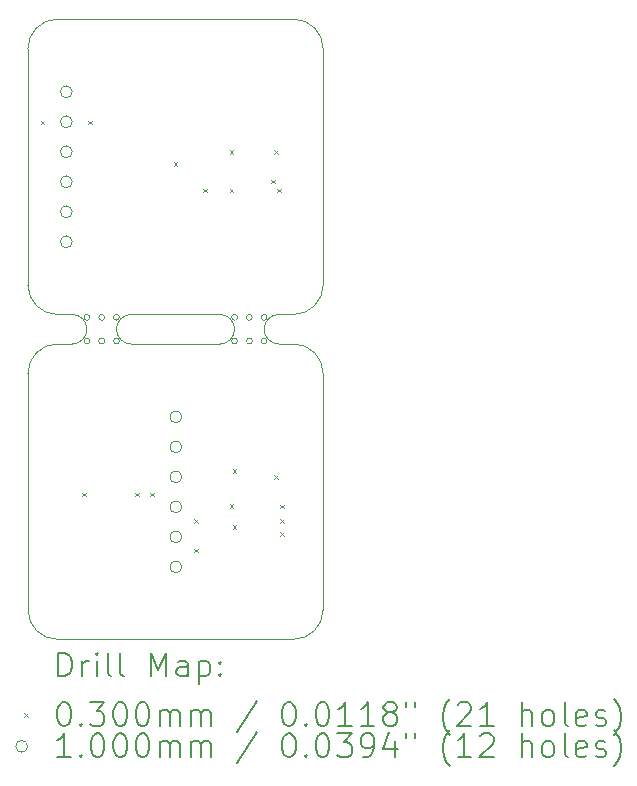
<source format=gbr>
%TF.GenerationSoftware,KiCad,Pcbnew,8.0.3*%
%TF.CreationDate,2024-07-26T09:17:04-04:00*%
%TF.ProjectId,touch_adaptor,746f7563-685f-4616-9461-70746f722e6b,rev?*%
%TF.SameCoordinates,Original*%
%TF.FileFunction,Drillmap*%
%TF.FilePolarity,Positive*%
%FSLAX45Y45*%
G04 Gerber Fmt 4.5, Leading zero omitted, Abs format (unit mm)*
G04 Created by KiCad (PCBNEW 8.0.3) date 2024-07-26 09:17:04*
%MOMM*%
%LPD*%
G01*
G04 APERTURE LIST*
%ADD10C,0.050000*%
%ADD11C,0.200000*%
%ADD12C,0.100000*%
G04 APERTURE END LIST*
D10*
X11775000Y-7475000D02*
G75*
G02*
X11725000Y-7475000I-25000J0D01*
G01*
X11725000Y-7475000D02*
G75*
G02*
X11775000Y-7475000I25000J0D01*
G01*
X11750000Y-7375000D02*
G75*
G02*
X11625000Y-7500000I-125000J0D01*
G01*
X12125000Y-7500000D02*
G75*
G02*
X12000000Y-7375000I0J125000D01*
G01*
X11625000Y-7250000D02*
G75*
G02*
X11750000Y-7375000I0J-125000D01*
G01*
X12000000Y-7375000D02*
G75*
G02*
X12125000Y-7250000I125000J0D01*
G01*
X11775000Y-7275000D02*
G75*
G02*
X11725000Y-7275000I-25000J0D01*
G01*
X11725000Y-7275000D02*
G75*
G02*
X11775000Y-7275000I25000J0D01*
G01*
X12025000Y-7475000D02*
G75*
G02*
X11975000Y-7475000I-25000J0D01*
G01*
X11975000Y-7475000D02*
G75*
G02*
X12025000Y-7475000I25000J0D01*
G01*
X11900000Y-7475000D02*
G75*
G02*
X11850000Y-7475000I-25000J0D01*
G01*
X11850000Y-7475000D02*
G75*
G02*
X11900000Y-7475000I25000J0D01*
G01*
X12025000Y-7275000D02*
G75*
G02*
X11975000Y-7275000I-25000J0D01*
G01*
X11975000Y-7275000D02*
G75*
G02*
X12025000Y-7275000I25000J0D01*
G01*
X11900000Y-7275000D02*
G75*
G02*
X11850000Y-7275000I-25000J0D01*
G01*
X11850000Y-7275000D02*
G75*
G02*
X11900000Y-7275000I25000J0D01*
G01*
X10375000Y-7250000D02*
G75*
G02*
X10500000Y-7375000I0J-125000D01*
G01*
X10500000Y-7375000D02*
G75*
G02*
X10375000Y-7500000I-125000J0D01*
G01*
X10875000Y-7500000D02*
G75*
G02*
X10750000Y-7375000I0J125000D01*
G01*
X10750000Y-7375000D02*
G75*
G02*
X10875000Y-7250000I125000J0D01*
G01*
X10525000Y-7275000D02*
G75*
G02*
X10475000Y-7275000I-25000J0D01*
G01*
X10475000Y-7275000D02*
G75*
G02*
X10525000Y-7275000I25000J0D01*
G01*
X10775000Y-7275000D02*
G75*
G02*
X10725000Y-7275000I-25000J0D01*
G01*
X10725000Y-7275000D02*
G75*
G02*
X10775000Y-7275000I25000J0D01*
G01*
X10650000Y-7275000D02*
G75*
G02*
X10600000Y-7275000I-25000J0D01*
G01*
X10600000Y-7275000D02*
G75*
G02*
X10650000Y-7275000I25000J0D01*
G01*
X10650000Y-7475000D02*
G75*
G02*
X10600000Y-7475000I-25000J0D01*
G01*
X10600000Y-7475000D02*
G75*
G02*
X10650000Y-7475000I25000J0D01*
G01*
X10775000Y-7475000D02*
G75*
G02*
X10725000Y-7475000I-25000J0D01*
G01*
X10725000Y-7475000D02*
G75*
G02*
X10775000Y-7475000I25000J0D01*
G01*
X10525000Y-7475000D02*
G75*
G02*
X10475000Y-7475000I-25000J0D01*
G01*
X10475000Y-7475000D02*
G75*
G02*
X10525000Y-7475000I25000J0D01*
G01*
X12250000Y-7500000D02*
X12125000Y-7500000D01*
X12250000Y-7250000D02*
X12125000Y-7250000D01*
X11625000Y-7500000D02*
X10875000Y-7500000D01*
X11625000Y-7250000D02*
X10875000Y-7250000D01*
X10375000Y-7500000D02*
X10250000Y-7500000D01*
X10375000Y-7250000D02*
X10250000Y-7250000D01*
X10250000Y-10000000D02*
G75*
G02*
X10000000Y-9750000I0J250000D01*
G01*
X10000000Y-7750000D02*
G75*
G02*
X10250000Y-7500000I250000J0D01*
G01*
X10000000Y-5000000D02*
X10000000Y-7000000D01*
X10000000Y-7750000D02*
X10000000Y-9750000D01*
X10250000Y-7250000D02*
G75*
G02*
X10000000Y-7000000I0J250000D01*
G01*
X12250000Y-7500000D02*
G75*
G02*
X12500000Y-7750000I0J-250000D01*
G01*
X10000000Y-5000000D02*
G75*
G02*
X10250000Y-4750000I250000J0D01*
G01*
X12500000Y-7000000D02*
X12500000Y-5000000D01*
X10250000Y-10000000D02*
X12250000Y-10000000D01*
X12500000Y-7000000D02*
G75*
G02*
X12250000Y-7250000I-250000J0D01*
G01*
X12500000Y-9750000D02*
X12500000Y-7750000D01*
X12250000Y-4750000D02*
X10250000Y-4750000D01*
X12500000Y-9750000D02*
G75*
G02*
X12250000Y-10000000I-250000J0D01*
G01*
X12250000Y-4750000D02*
G75*
G02*
X12500000Y-5000000I0J-250000D01*
G01*
D11*
D12*
X10110000Y-5610000D02*
X10140000Y-5640000D01*
X10140000Y-5610000D02*
X10110000Y-5640000D01*
X10460000Y-8760000D02*
X10490000Y-8790000D01*
X10490000Y-8760000D02*
X10460000Y-8790000D01*
X10510000Y-5610000D02*
X10540000Y-5640000D01*
X10540000Y-5610000D02*
X10510000Y-5640000D01*
X10910000Y-8760000D02*
X10940000Y-8790000D01*
X10940000Y-8760000D02*
X10910000Y-8790000D01*
X11035000Y-8760000D02*
X11065000Y-8790000D01*
X11065000Y-8760000D02*
X11035000Y-8790000D01*
X11235000Y-5960000D02*
X11265000Y-5990000D01*
X11265000Y-5960000D02*
X11235000Y-5990000D01*
X11410000Y-8985000D02*
X11440000Y-9015000D01*
X11440000Y-8985000D02*
X11410000Y-9015000D01*
X11410000Y-9235000D02*
X11440000Y-9265000D01*
X11440000Y-9235000D02*
X11410000Y-9265000D01*
X11485000Y-6185000D02*
X11515000Y-6215000D01*
X11515000Y-6185000D02*
X11485000Y-6215000D01*
X11710000Y-5860000D02*
X11740000Y-5890000D01*
X11740000Y-5860000D02*
X11710000Y-5890000D01*
X11710000Y-6185000D02*
X11740000Y-6215000D01*
X11740000Y-6185000D02*
X11710000Y-6215000D01*
X11710000Y-8855000D02*
X11740000Y-8885000D01*
X11740000Y-8855000D02*
X11710000Y-8885000D01*
X11735000Y-8560000D02*
X11765000Y-8590000D01*
X11765000Y-8560000D02*
X11735000Y-8590000D01*
X11735000Y-9035000D02*
X11765000Y-9065000D01*
X11765000Y-9035000D02*
X11735000Y-9065000D01*
X12060000Y-6110000D02*
X12090000Y-6140000D01*
X12090000Y-6110000D02*
X12060000Y-6140000D01*
X12085000Y-5860000D02*
X12115000Y-5890000D01*
X12115000Y-5860000D02*
X12085000Y-5890000D01*
X12085000Y-8610000D02*
X12115000Y-8640000D01*
X12115000Y-8610000D02*
X12085000Y-8640000D01*
X12110000Y-6185000D02*
X12140000Y-6215000D01*
X12140000Y-6185000D02*
X12110000Y-6215000D01*
X12135000Y-8860000D02*
X12165000Y-8890000D01*
X12165000Y-8860000D02*
X12135000Y-8890000D01*
X12135000Y-8985000D02*
X12165000Y-9015000D01*
X12165000Y-8985000D02*
X12135000Y-9015000D01*
X12135000Y-9095000D02*
X12165000Y-9125000D01*
X12165000Y-9095000D02*
X12135000Y-9125000D01*
X10375000Y-5365000D02*
G75*
G02*
X10275000Y-5365000I-50000J0D01*
G01*
X10275000Y-5365000D02*
G75*
G02*
X10375000Y-5365000I50000J0D01*
G01*
X10375000Y-5619000D02*
G75*
G02*
X10275000Y-5619000I-50000J0D01*
G01*
X10275000Y-5619000D02*
G75*
G02*
X10375000Y-5619000I50000J0D01*
G01*
X10375000Y-5873000D02*
G75*
G02*
X10275000Y-5873000I-50000J0D01*
G01*
X10275000Y-5873000D02*
G75*
G02*
X10375000Y-5873000I50000J0D01*
G01*
X10375000Y-6127000D02*
G75*
G02*
X10275000Y-6127000I-50000J0D01*
G01*
X10275000Y-6127000D02*
G75*
G02*
X10375000Y-6127000I50000J0D01*
G01*
X10375000Y-6381000D02*
G75*
G02*
X10275000Y-6381000I-50000J0D01*
G01*
X10275000Y-6381000D02*
G75*
G02*
X10375000Y-6381000I50000J0D01*
G01*
X10375000Y-6635000D02*
G75*
G02*
X10275000Y-6635000I-50000J0D01*
G01*
X10275000Y-6635000D02*
G75*
G02*
X10375000Y-6635000I50000J0D01*
G01*
X11302500Y-8117500D02*
G75*
G02*
X11202500Y-8117500I-50000J0D01*
G01*
X11202500Y-8117500D02*
G75*
G02*
X11302500Y-8117500I50000J0D01*
G01*
X11302500Y-8371500D02*
G75*
G02*
X11202500Y-8371500I-50000J0D01*
G01*
X11202500Y-8371500D02*
G75*
G02*
X11302500Y-8371500I50000J0D01*
G01*
X11302500Y-8625500D02*
G75*
G02*
X11202500Y-8625500I-50000J0D01*
G01*
X11202500Y-8625500D02*
G75*
G02*
X11302500Y-8625500I50000J0D01*
G01*
X11302500Y-8879500D02*
G75*
G02*
X11202500Y-8879500I-50000J0D01*
G01*
X11202500Y-8879500D02*
G75*
G02*
X11302500Y-8879500I50000J0D01*
G01*
X11302500Y-9133500D02*
G75*
G02*
X11202500Y-9133500I-50000J0D01*
G01*
X11202500Y-9133500D02*
G75*
G02*
X11302500Y-9133500I50000J0D01*
G01*
X11302500Y-9387500D02*
G75*
G02*
X11202500Y-9387500I-50000J0D01*
G01*
X11202500Y-9387500D02*
G75*
G02*
X11302500Y-9387500I50000J0D01*
G01*
D11*
X10258277Y-10313984D02*
X10258277Y-10113984D01*
X10258277Y-10113984D02*
X10305896Y-10113984D01*
X10305896Y-10113984D02*
X10334467Y-10123508D01*
X10334467Y-10123508D02*
X10353515Y-10142555D01*
X10353515Y-10142555D02*
X10363039Y-10161603D01*
X10363039Y-10161603D02*
X10372563Y-10199698D01*
X10372563Y-10199698D02*
X10372563Y-10228270D01*
X10372563Y-10228270D02*
X10363039Y-10266365D01*
X10363039Y-10266365D02*
X10353515Y-10285412D01*
X10353515Y-10285412D02*
X10334467Y-10304460D01*
X10334467Y-10304460D02*
X10305896Y-10313984D01*
X10305896Y-10313984D02*
X10258277Y-10313984D01*
X10458277Y-10313984D02*
X10458277Y-10180650D01*
X10458277Y-10218746D02*
X10467801Y-10199698D01*
X10467801Y-10199698D02*
X10477324Y-10190174D01*
X10477324Y-10190174D02*
X10496372Y-10180650D01*
X10496372Y-10180650D02*
X10515420Y-10180650D01*
X10582086Y-10313984D02*
X10582086Y-10180650D01*
X10582086Y-10113984D02*
X10572563Y-10123508D01*
X10572563Y-10123508D02*
X10582086Y-10133031D01*
X10582086Y-10133031D02*
X10591610Y-10123508D01*
X10591610Y-10123508D02*
X10582086Y-10113984D01*
X10582086Y-10113984D02*
X10582086Y-10133031D01*
X10705896Y-10313984D02*
X10686848Y-10304460D01*
X10686848Y-10304460D02*
X10677324Y-10285412D01*
X10677324Y-10285412D02*
X10677324Y-10113984D01*
X10810658Y-10313984D02*
X10791610Y-10304460D01*
X10791610Y-10304460D02*
X10782086Y-10285412D01*
X10782086Y-10285412D02*
X10782086Y-10113984D01*
X11039229Y-10313984D02*
X11039229Y-10113984D01*
X11039229Y-10113984D02*
X11105896Y-10256841D01*
X11105896Y-10256841D02*
X11172563Y-10113984D01*
X11172563Y-10113984D02*
X11172563Y-10313984D01*
X11353515Y-10313984D02*
X11353515Y-10209222D01*
X11353515Y-10209222D02*
X11343991Y-10190174D01*
X11343991Y-10190174D02*
X11324943Y-10180650D01*
X11324943Y-10180650D02*
X11286848Y-10180650D01*
X11286848Y-10180650D02*
X11267801Y-10190174D01*
X11353515Y-10304460D02*
X11334467Y-10313984D01*
X11334467Y-10313984D02*
X11286848Y-10313984D01*
X11286848Y-10313984D02*
X11267801Y-10304460D01*
X11267801Y-10304460D02*
X11258277Y-10285412D01*
X11258277Y-10285412D02*
X11258277Y-10266365D01*
X11258277Y-10266365D02*
X11267801Y-10247317D01*
X11267801Y-10247317D02*
X11286848Y-10237793D01*
X11286848Y-10237793D02*
X11334467Y-10237793D01*
X11334467Y-10237793D02*
X11353515Y-10228270D01*
X11448753Y-10180650D02*
X11448753Y-10380650D01*
X11448753Y-10190174D02*
X11467801Y-10180650D01*
X11467801Y-10180650D02*
X11505896Y-10180650D01*
X11505896Y-10180650D02*
X11524943Y-10190174D01*
X11524943Y-10190174D02*
X11534467Y-10199698D01*
X11534467Y-10199698D02*
X11543991Y-10218746D01*
X11543991Y-10218746D02*
X11543991Y-10275889D01*
X11543991Y-10275889D02*
X11534467Y-10294936D01*
X11534467Y-10294936D02*
X11524943Y-10304460D01*
X11524943Y-10304460D02*
X11505896Y-10313984D01*
X11505896Y-10313984D02*
X11467801Y-10313984D01*
X11467801Y-10313984D02*
X11448753Y-10304460D01*
X11629705Y-10294936D02*
X11639229Y-10304460D01*
X11639229Y-10304460D02*
X11629705Y-10313984D01*
X11629705Y-10313984D02*
X11620182Y-10304460D01*
X11620182Y-10304460D02*
X11629705Y-10294936D01*
X11629705Y-10294936D02*
X11629705Y-10313984D01*
X11629705Y-10190174D02*
X11639229Y-10199698D01*
X11639229Y-10199698D02*
X11629705Y-10209222D01*
X11629705Y-10209222D02*
X11620182Y-10199698D01*
X11620182Y-10199698D02*
X11629705Y-10190174D01*
X11629705Y-10190174D02*
X11629705Y-10209222D01*
D12*
X9967500Y-10627500D02*
X9997500Y-10657500D01*
X9997500Y-10627500D02*
X9967500Y-10657500D01*
D11*
X10296372Y-10533984D02*
X10315420Y-10533984D01*
X10315420Y-10533984D02*
X10334467Y-10543508D01*
X10334467Y-10543508D02*
X10343991Y-10553031D01*
X10343991Y-10553031D02*
X10353515Y-10572079D01*
X10353515Y-10572079D02*
X10363039Y-10610174D01*
X10363039Y-10610174D02*
X10363039Y-10657793D01*
X10363039Y-10657793D02*
X10353515Y-10695889D01*
X10353515Y-10695889D02*
X10343991Y-10714936D01*
X10343991Y-10714936D02*
X10334467Y-10724460D01*
X10334467Y-10724460D02*
X10315420Y-10733984D01*
X10315420Y-10733984D02*
X10296372Y-10733984D01*
X10296372Y-10733984D02*
X10277324Y-10724460D01*
X10277324Y-10724460D02*
X10267801Y-10714936D01*
X10267801Y-10714936D02*
X10258277Y-10695889D01*
X10258277Y-10695889D02*
X10248753Y-10657793D01*
X10248753Y-10657793D02*
X10248753Y-10610174D01*
X10248753Y-10610174D02*
X10258277Y-10572079D01*
X10258277Y-10572079D02*
X10267801Y-10553031D01*
X10267801Y-10553031D02*
X10277324Y-10543508D01*
X10277324Y-10543508D02*
X10296372Y-10533984D01*
X10448753Y-10714936D02*
X10458277Y-10724460D01*
X10458277Y-10724460D02*
X10448753Y-10733984D01*
X10448753Y-10733984D02*
X10439229Y-10724460D01*
X10439229Y-10724460D02*
X10448753Y-10714936D01*
X10448753Y-10714936D02*
X10448753Y-10733984D01*
X10524944Y-10533984D02*
X10648753Y-10533984D01*
X10648753Y-10533984D02*
X10582086Y-10610174D01*
X10582086Y-10610174D02*
X10610658Y-10610174D01*
X10610658Y-10610174D02*
X10629705Y-10619698D01*
X10629705Y-10619698D02*
X10639229Y-10629222D01*
X10639229Y-10629222D02*
X10648753Y-10648270D01*
X10648753Y-10648270D02*
X10648753Y-10695889D01*
X10648753Y-10695889D02*
X10639229Y-10714936D01*
X10639229Y-10714936D02*
X10629705Y-10724460D01*
X10629705Y-10724460D02*
X10610658Y-10733984D01*
X10610658Y-10733984D02*
X10553515Y-10733984D01*
X10553515Y-10733984D02*
X10534467Y-10724460D01*
X10534467Y-10724460D02*
X10524944Y-10714936D01*
X10772563Y-10533984D02*
X10791610Y-10533984D01*
X10791610Y-10533984D02*
X10810658Y-10543508D01*
X10810658Y-10543508D02*
X10820182Y-10553031D01*
X10820182Y-10553031D02*
X10829705Y-10572079D01*
X10829705Y-10572079D02*
X10839229Y-10610174D01*
X10839229Y-10610174D02*
X10839229Y-10657793D01*
X10839229Y-10657793D02*
X10829705Y-10695889D01*
X10829705Y-10695889D02*
X10820182Y-10714936D01*
X10820182Y-10714936D02*
X10810658Y-10724460D01*
X10810658Y-10724460D02*
X10791610Y-10733984D01*
X10791610Y-10733984D02*
X10772563Y-10733984D01*
X10772563Y-10733984D02*
X10753515Y-10724460D01*
X10753515Y-10724460D02*
X10743991Y-10714936D01*
X10743991Y-10714936D02*
X10734467Y-10695889D01*
X10734467Y-10695889D02*
X10724944Y-10657793D01*
X10724944Y-10657793D02*
X10724944Y-10610174D01*
X10724944Y-10610174D02*
X10734467Y-10572079D01*
X10734467Y-10572079D02*
X10743991Y-10553031D01*
X10743991Y-10553031D02*
X10753515Y-10543508D01*
X10753515Y-10543508D02*
X10772563Y-10533984D01*
X10963039Y-10533984D02*
X10982086Y-10533984D01*
X10982086Y-10533984D02*
X11001134Y-10543508D01*
X11001134Y-10543508D02*
X11010658Y-10553031D01*
X11010658Y-10553031D02*
X11020182Y-10572079D01*
X11020182Y-10572079D02*
X11029705Y-10610174D01*
X11029705Y-10610174D02*
X11029705Y-10657793D01*
X11029705Y-10657793D02*
X11020182Y-10695889D01*
X11020182Y-10695889D02*
X11010658Y-10714936D01*
X11010658Y-10714936D02*
X11001134Y-10724460D01*
X11001134Y-10724460D02*
X10982086Y-10733984D01*
X10982086Y-10733984D02*
X10963039Y-10733984D01*
X10963039Y-10733984D02*
X10943991Y-10724460D01*
X10943991Y-10724460D02*
X10934467Y-10714936D01*
X10934467Y-10714936D02*
X10924944Y-10695889D01*
X10924944Y-10695889D02*
X10915420Y-10657793D01*
X10915420Y-10657793D02*
X10915420Y-10610174D01*
X10915420Y-10610174D02*
X10924944Y-10572079D01*
X10924944Y-10572079D02*
X10934467Y-10553031D01*
X10934467Y-10553031D02*
X10943991Y-10543508D01*
X10943991Y-10543508D02*
X10963039Y-10533984D01*
X11115420Y-10733984D02*
X11115420Y-10600650D01*
X11115420Y-10619698D02*
X11124944Y-10610174D01*
X11124944Y-10610174D02*
X11143991Y-10600650D01*
X11143991Y-10600650D02*
X11172563Y-10600650D01*
X11172563Y-10600650D02*
X11191610Y-10610174D01*
X11191610Y-10610174D02*
X11201134Y-10629222D01*
X11201134Y-10629222D02*
X11201134Y-10733984D01*
X11201134Y-10629222D02*
X11210658Y-10610174D01*
X11210658Y-10610174D02*
X11229705Y-10600650D01*
X11229705Y-10600650D02*
X11258277Y-10600650D01*
X11258277Y-10600650D02*
X11277324Y-10610174D01*
X11277324Y-10610174D02*
X11286848Y-10629222D01*
X11286848Y-10629222D02*
X11286848Y-10733984D01*
X11382086Y-10733984D02*
X11382086Y-10600650D01*
X11382086Y-10619698D02*
X11391610Y-10610174D01*
X11391610Y-10610174D02*
X11410658Y-10600650D01*
X11410658Y-10600650D02*
X11439229Y-10600650D01*
X11439229Y-10600650D02*
X11458277Y-10610174D01*
X11458277Y-10610174D02*
X11467801Y-10629222D01*
X11467801Y-10629222D02*
X11467801Y-10733984D01*
X11467801Y-10629222D02*
X11477324Y-10610174D01*
X11477324Y-10610174D02*
X11496372Y-10600650D01*
X11496372Y-10600650D02*
X11524943Y-10600650D01*
X11524943Y-10600650D02*
X11543991Y-10610174D01*
X11543991Y-10610174D02*
X11553515Y-10629222D01*
X11553515Y-10629222D02*
X11553515Y-10733984D01*
X11943991Y-10524460D02*
X11772563Y-10781603D01*
X12201134Y-10533984D02*
X12220182Y-10533984D01*
X12220182Y-10533984D02*
X12239229Y-10543508D01*
X12239229Y-10543508D02*
X12248753Y-10553031D01*
X12248753Y-10553031D02*
X12258277Y-10572079D01*
X12258277Y-10572079D02*
X12267801Y-10610174D01*
X12267801Y-10610174D02*
X12267801Y-10657793D01*
X12267801Y-10657793D02*
X12258277Y-10695889D01*
X12258277Y-10695889D02*
X12248753Y-10714936D01*
X12248753Y-10714936D02*
X12239229Y-10724460D01*
X12239229Y-10724460D02*
X12220182Y-10733984D01*
X12220182Y-10733984D02*
X12201134Y-10733984D01*
X12201134Y-10733984D02*
X12182086Y-10724460D01*
X12182086Y-10724460D02*
X12172563Y-10714936D01*
X12172563Y-10714936D02*
X12163039Y-10695889D01*
X12163039Y-10695889D02*
X12153515Y-10657793D01*
X12153515Y-10657793D02*
X12153515Y-10610174D01*
X12153515Y-10610174D02*
X12163039Y-10572079D01*
X12163039Y-10572079D02*
X12172563Y-10553031D01*
X12172563Y-10553031D02*
X12182086Y-10543508D01*
X12182086Y-10543508D02*
X12201134Y-10533984D01*
X12353515Y-10714936D02*
X12363039Y-10724460D01*
X12363039Y-10724460D02*
X12353515Y-10733984D01*
X12353515Y-10733984D02*
X12343991Y-10724460D01*
X12343991Y-10724460D02*
X12353515Y-10714936D01*
X12353515Y-10714936D02*
X12353515Y-10733984D01*
X12486848Y-10533984D02*
X12505896Y-10533984D01*
X12505896Y-10533984D02*
X12524944Y-10543508D01*
X12524944Y-10543508D02*
X12534467Y-10553031D01*
X12534467Y-10553031D02*
X12543991Y-10572079D01*
X12543991Y-10572079D02*
X12553515Y-10610174D01*
X12553515Y-10610174D02*
X12553515Y-10657793D01*
X12553515Y-10657793D02*
X12543991Y-10695889D01*
X12543991Y-10695889D02*
X12534467Y-10714936D01*
X12534467Y-10714936D02*
X12524944Y-10724460D01*
X12524944Y-10724460D02*
X12505896Y-10733984D01*
X12505896Y-10733984D02*
X12486848Y-10733984D01*
X12486848Y-10733984D02*
X12467801Y-10724460D01*
X12467801Y-10724460D02*
X12458277Y-10714936D01*
X12458277Y-10714936D02*
X12448753Y-10695889D01*
X12448753Y-10695889D02*
X12439229Y-10657793D01*
X12439229Y-10657793D02*
X12439229Y-10610174D01*
X12439229Y-10610174D02*
X12448753Y-10572079D01*
X12448753Y-10572079D02*
X12458277Y-10553031D01*
X12458277Y-10553031D02*
X12467801Y-10543508D01*
X12467801Y-10543508D02*
X12486848Y-10533984D01*
X12743991Y-10733984D02*
X12629706Y-10733984D01*
X12686848Y-10733984D02*
X12686848Y-10533984D01*
X12686848Y-10533984D02*
X12667801Y-10562555D01*
X12667801Y-10562555D02*
X12648753Y-10581603D01*
X12648753Y-10581603D02*
X12629706Y-10591127D01*
X12934467Y-10733984D02*
X12820182Y-10733984D01*
X12877325Y-10733984D02*
X12877325Y-10533984D01*
X12877325Y-10533984D02*
X12858277Y-10562555D01*
X12858277Y-10562555D02*
X12839229Y-10581603D01*
X12839229Y-10581603D02*
X12820182Y-10591127D01*
X13048753Y-10619698D02*
X13029706Y-10610174D01*
X13029706Y-10610174D02*
X13020182Y-10600650D01*
X13020182Y-10600650D02*
X13010658Y-10581603D01*
X13010658Y-10581603D02*
X13010658Y-10572079D01*
X13010658Y-10572079D02*
X13020182Y-10553031D01*
X13020182Y-10553031D02*
X13029706Y-10543508D01*
X13029706Y-10543508D02*
X13048753Y-10533984D01*
X13048753Y-10533984D02*
X13086848Y-10533984D01*
X13086848Y-10533984D02*
X13105896Y-10543508D01*
X13105896Y-10543508D02*
X13115420Y-10553031D01*
X13115420Y-10553031D02*
X13124944Y-10572079D01*
X13124944Y-10572079D02*
X13124944Y-10581603D01*
X13124944Y-10581603D02*
X13115420Y-10600650D01*
X13115420Y-10600650D02*
X13105896Y-10610174D01*
X13105896Y-10610174D02*
X13086848Y-10619698D01*
X13086848Y-10619698D02*
X13048753Y-10619698D01*
X13048753Y-10619698D02*
X13029706Y-10629222D01*
X13029706Y-10629222D02*
X13020182Y-10638746D01*
X13020182Y-10638746D02*
X13010658Y-10657793D01*
X13010658Y-10657793D02*
X13010658Y-10695889D01*
X13010658Y-10695889D02*
X13020182Y-10714936D01*
X13020182Y-10714936D02*
X13029706Y-10724460D01*
X13029706Y-10724460D02*
X13048753Y-10733984D01*
X13048753Y-10733984D02*
X13086848Y-10733984D01*
X13086848Y-10733984D02*
X13105896Y-10724460D01*
X13105896Y-10724460D02*
X13115420Y-10714936D01*
X13115420Y-10714936D02*
X13124944Y-10695889D01*
X13124944Y-10695889D02*
X13124944Y-10657793D01*
X13124944Y-10657793D02*
X13115420Y-10638746D01*
X13115420Y-10638746D02*
X13105896Y-10629222D01*
X13105896Y-10629222D02*
X13086848Y-10619698D01*
X13201134Y-10533984D02*
X13201134Y-10572079D01*
X13277325Y-10533984D02*
X13277325Y-10572079D01*
X13572563Y-10810174D02*
X13563039Y-10800650D01*
X13563039Y-10800650D02*
X13543991Y-10772079D01*
X13543991Y-10772079D02*
X13534468Y-10753031D01*
X13534468Y-10753031D02*
X13524944Y-10724460D01*
X13524944Y-10724460D02*
X13515420Y-10676841D01*
X13515420Y-10676841D02*
X13515420Y-10638746D01*
X13515420Y-10638746D02*
X13524944Y-10591127D01*
X13524944Y-10591127D02*
X13534468Y-10562555D01*
X13534468Y-10562555D02*
X13543991Y-10543508D01*
X13543991Y-10543508D02*
X13563039Y-10514936D01*
X13563039Y-10514936D02*
X13572563Y-10505412D01*
X13639229Y-10553031D02*
X13648753Y-10543508D01*
X13648753Y-10543508D02*
X13667801Y-10533984D01*
X13667801Y-10533984D02*
X13715420Y-10533984D01*
X13715420Y-10533984D02*
X13734468Y-10543508D01*
X13734468Y-10543508D02*
X13743991Y-10553031D01*
X13743991Y-10553031D02*
X13753515Y-10572079D01*
X13753515Y-10572079D02*
X13753515Y-10591127D01*
X13753515Y-10591127D02*
X13743991Y-10619698D01*
X13743991Y-10619698D02*
X13629706Y-10733984D01*
X13629706Y-10733984D02*
X13753515Y-10733984D01*
X13943991Y-10733984D02*
X13829706Y-10733984D01*
X13886848Y-10733984D02*
X13886848Y-10533984D01*
X13886848Y-10533984D02*
X13867801Y-10562555D01*
X13867801Y-10562555D02*
X13848753Y-10581603D01*
X13848753Y-10581603D02*
X13829706Y-10591127D01*
X14182087Y-10733984D02*
X14182087Y-10533984D01*
X14267801Y-10733984D02*
X14267801Y-10629222D01*
X14267801Y-10629222D02*
X14258277Y-10610174D01*
X14258277Y-10610174D02*
X14239230Y-10600650D01*
X14239230Y-10600650D02*
X14210658Y-10600650D01*
X14210658Y-10600650D02*
X14191610Y-10610174D01*
X14191610Y-10610174D02*
X14182087Y-10619698D01*
X14391610Y-10733984D02*
X14372563Y-10724460D01*
X14372563Y-10724460D02*
X14363039Y-10714936D01*
X14363039Y-10714936D02*
X14353515Y-10695889D01*
X14353515Y-10695889D02*
X14353515Y-10638746D01*
X14353515Y-10638746D02*
X14363039Y-10619698D01*
X14363039Y-10619698D02*
X14372563Y-10610174D01*
X14372563Y-10610174D02*
X14391610Y-10600650D01*
X14391610Y-10600650D02*
X14420182Y-10600650D01*
X14420182Y-10600650D02*
X14439230Y-10610174D01*
X14439230Y-10610174D02*
X14448753Y-10619698D01*
X14448753Y-10619698D02*
X14458277Y-10638746D01*
X14458277Y-10638746D02*
X14458277Y-10695889D01*
X14458277Y-10695889D02*
X14448753Y-10714936D01*
X14448753Y-10714936D02*
X14439230Y-10724460D01*
X14439230Y-10724460D02*
X14420182Y-10733984D01*
X14420182Y-10733984D02*
X14391610Y-10733984D01*
X14572563Y-10733984D02*
X14553515Y-10724460D01*
X14553515Y-10724460D02*
X14543991Y-10705412D01*
X14543991Y-10705412D02*
X14543991Y-10533984D01*
X14724944Y-10724460D02*
X14705896Y-10733984D01*
X14705896Y-10733984D02*
X14667801Y-10733984D01*
X14667801Y-10733984D02*
X14648753Y-10724460D01*
X14648753Y-10724460D02*
X14639230Y-10705412D01*
X14639230Y-10705412D02*
X14639230Y-10629222D01*
X14639230Y-10629222D02*
X14648753Y-10610174D01*
X14648753Y-10610174D02*
X14667801Y-10600650D01*
X14667801Y-10600650D02*
X14705896Y-10600650D01*
X14705896Y-10600650D02*
X14724944Y-10610174D01*
X14724944Y-10610174D02*
X14734468Y-10629222D01*
X14734468Y-10629222D02*
X14734468Y-10648270D01*
X14734468Y-10648270D02*
X14639230Y-10667317D01*
X14810658Y-10724460D02*
X14829706Y-10733984D01*
X14829706Y-10733984D02*
X14867801Y-10733984D01*
X14867801Y-10733984D02*
X14886849Y-10724460D01*
X14886849Y-10724460D02*
X14896372Y-10705412D01*
X14896372Y-10705412D02*
X14896372Y-10695889D01*
X14896372Y-10695889D02*
X14886849Y-10676841D01*
X14886849Y-10676841D02*
X14867801Y-10667317D01*
X14867801Y-10667317D02*
X14839230Y-10667317D01*
X14839230Y-10667317D02*
X14820182Y-10657793D01*
X14820182Y-10657793D02*
X14810658Y-10638746D01*
X14810658Y-10638746D02*
X14810658Y-10629222D01*
X14810658Y-10629222D02*
X14820182Y-10610174D01*
X14820182Y-10610174D02*
X14839230Y-10600650D01*
X14839230Y-10600650D02*
X14867801Y-10600650D01*
X14867801Y-10600650D02*
X14886849Y-10610174D01*
X14963039Y-10810174D02*
X14972563Y-10800650D01*
X14972563Y-10800650D02*
X14991611Y-10772079D01*
X14991611Y-10772079D02*
X15001134Y-10753031D01*
X15001134Y-10753031D02*
X15010658Y-10724460D01*
X15010658Y-10724460D02*
X15020182Y-10676841D01*
X15020182Y-10676841D02*
X15020182Y-10638746D01*
X15020182Y-10638746D02*
X15010658Y-10591127D01*
X15010658Y-10591127D02*
X15001134Y-10562555D01*
X15001134Y-10562555D02*
X14991611Y-10543508D01*
X14991611Y-10543508D02*
X14972563Y-10514936D01*
X14972563Y-10514936D02*
X14963039Y-10505412D01*
D12*
X9997500Y-10906500D02*
G75*
G02*
X9897500Y-10906500I-50000J0D01*
G01*
X9897500Y-10906500D02*
G75*
G02*
X9997500Y-10906500I50000J0D01*
G01*
D11*
X10363039Y-10997984D02*
X10248753Y-10997984D01*
X10305896Y-10997984D02*
X10305896Y-10797984D01*
X10305896Y-10797984D02*
X10286848Y-10826555D01*
X10286848Y-10826555D02*
X10267801Y-10845603D01*
X10267801Y-10845603D02*
X10248753Y-10855127D01*
X10448753Y-10978936D02*
X10458277Y-10988460D01*
X10458277Y-10988460D02*
X10448753Y-10997984D01*
X10448753Y-10997984D02*
X10439229Y-10988460D01*
X10439229Y-10988460D02*
X10448753Y-10978936D01*
X10448753Y-10978936D02*
X10448753Y-10997984D01*
X10582086Y-10797984D02*
X10601134Y-10797984D01*
X10601134Y-10797984D02*
X10620182Y-10807508D01*
X10620182Y-10807508D02*
X10629705Y-10817031D01*
X10629705Y-10817031D02*
X10639229Y-10836079D01*
X10639229Y-10836079D02*
X10648753Y-10874174D01*
X10648753Y-10874174D02*
X10648753Y-10921793D01*
X10648753Y-10921793D02*
X10639229Y-10959889D01*
X10639229Y-10959889D02*
X10629705Y-10978936D01*
X10629705Y-10978936D02*
X10620182Y-10988460D01*
X10620182Y-10988460D02*
X10601134Y-10997984D01*
X10601134Y-10997984D02*
X10582086Y-10997984D01*
X10582086Y-10997984D02*
X10563039Y-10988460D01*
X10563039Y-10988460D02*
X10553515Y-10978936D01*
X10553515Y-10978936D02*
X10543991Y-10959889D01*
X10543991Y-10959889D02*
X10534467Y-10921793D01*
X10534467Y-10921793D02*
X10534467Y-10874174D01*
X10534467Y-10874174D02*
X10543991Y-10836079D01*
X10543991Y-10836079D02*
X10553515Y-10817031D01*
X10553515Y-10817031D02*
X10563039Y-10807508D01*
X10563039Y-10807508D02*
X10582086Y-10797984D01*
X10772563Y-10797984D02*
X10791610Y-10797984D01*
X10791610Y-10797984D02*
X10810658Y-10807508D01*
X10810658Y-10807508D02*
X10820182Y-10817031D01*
X10820182Y-10817031D02*
X10829705Y-10836079D01*
X10829705Y-10836079D02*
X10839229Y-10874174D01*
X10839229Y-10874174D02*
X10839229Y-10921793D01*
X10839229Y-10921793D02*
X10829705Y-10959889D01*
X10829705Y-10959889D02*
X10820182Y-10978936D01*
X10820182Y-10978936D02*
X10810658Y-10988460D01*
X10810658Y-10988460D02*
X10791610Y-10997984D01*
X10791610Y-10997984D02*
X10772563Y-10997984D01*
X10772563Y-10997984D02*
X10753515Y-10988460D01*
X10753515Y-10988460D02*
X10743991Y-10978936D01*
X10743991Y-10978936D02*
X10734467Y-10959889D01*
X10734467Y-10959889D02*
X10724944Y-10921793D01*
X10724944Y-10921793D02*
X10724944Y-10874174D01*
X10724944Y-10874174D02*
X10734467Y-10836079D01*
X10734467Y-10836079D02*
X10743991Y-10817031D01*
X10743991Y-10817031D02*
X10753515Y-10807508D01*
X10753515Y-10807508D02*
X10772563Y-10797984D01*
X10963039Y-10797984D02*
X10982086Y-10797984D01*
X10982086Y-10797984D02*
X11001134Y-10807508D01*
X11001134Y-10807508D02*
X11010658Y-10817031D01*
X11010658Y-10817031D02*
X11020182Y-10836079D01*
X11020182Y-10836079D02*
X11029705Y-10874174D01*
X11029705Y-10874174D02*
X11029705Y-10921793D01*
X11029705Y-10921793D02*
X11020182Y-10959889D01*
X11020182Y-10959889D02*
X11010658Y-10978936D01*
X11010658Y-10978936D02*
X11001134Y-10988460D01*
X11001134Y-10988460D02*
X10982086Y-10997984D01*
X10982086Y-10997984D02*
X10963039Y-10997984D01*
X10963039Y-10997984D02*
X10943991Y-10988460D01*
X10943991Y-10988460D02*
X10934467Y-10978936D01*
X10934467Y-10978936D02*
X10924944Y-10959889D01*
X10924944Y-10959889D02*
X10915420Y-10921793D01*
X10915420Y-10921793D02*
X10915420Y-10874174D01*
X10915420Y-10874174D02*
X10924944Y-10836079D01*
X10924944Y-10836079D02*
X10934467Y-10817031D01*
X10934467Y-10817031D02*
X10943991Y-10807508D01*
X10943991Y-10807508D02*
X10963039Y-10797984D01*
X11115420Y-10997984D02*
X11115420Y-10864650D01*
X11115420Y-10883698D02*
X11124944Y-10874174D01*
X11124944Y-10874174D02*
X11143991Y-10864650D01*
X11143991Y-10864650D02*
X11172563Y-10864650D01*
X11172563Y-10864650D02*
X11191610Y-10874174D01*
X11191610Y-10874174D02*
X11201134Y-10893222D01*
X11201134Y-10893222D02*
X11201134Y-10997984D01*
X11201134Y-10893222D02*
X11210658Y-10874174D01*
X11210658Y-10874174D02*
X11229705Y-10864650D01*
X11229705Y-10864650D02*
X11258277Y-10864650D01*
X11258277Y-10864650D02*
X11277324Y-10874174D01*
X11277324Y-10874174D02*
X11286848Y-10893222D01*
X11286848Y-10893222D02*
X11286848Y-10997984D01*
X11382086Y-10997984D02*
X11382086Y-10864650D01*
X11382086Y-10883698D02*
X11391610Y-10874174D01*
X11391610Y-10874174D02*
X11410658Y-10864650D01*
X11410658Y-10864650D02*
X11439229Y-10864650D01*
X11439229Y-10864650D02*
X11458277Y-10874174D01*
X11458277Y-10874174D02*
X11467801Y-10893222D01*
X11467801Y-10893222D02*
X11467801Y-10997984D01*
X11467801Y-10893222D02*
X11477324Y-10874174D01*
X11477324Y-10874174D02*
X11496372Y-10864650D01*
X11496372Y-10864650D02*
X11524943Y-10864650D01*
X11524943Y-10864650D02*
X11543991Y-10874174D01*
X11543991Y-10874174D02*
X11553515Y-10893222D01*
X11553515Y-10893222D02*
X11553515Y-10997984D01*
X11943991Y-10788460D02*
X11772563Y-11045603D01*
X12201134Y-10797984D02*
X12220182Y-10797984D01*
X12220182Y-10797984D02*
X12239229Y-10807508D01*
X12239229Y-10807508D02*
X12248753Y-10817031D01*
X12248753Y-10817031D02*
X12258277Y-10836079D01*
X12258277Y-10836079D02*
X12267801Y-10874174D01*
X12267801Y-10874174D02*
X12267801Y-10921793D01*
X12267801Y-10921793D02*
X12258277Y-10959889D01*
X12258277Y-10959889D02*
X12248753Y-10978936D01*
X12248753Y-10978936D02*
X12239229Y-10988460D01*
X12239229Y-10988460D02*
X12220182Y-10997984D01*
X12220182Y-10997984D02*
X12201134Y-10997984D01*
X12201134Y-10997984D02*
X12182086Y-10988460D01*
X12182086Y-10988460D02*
X12172563Y-10978936D01*
X12172563Y-10978936D02*
X12163039Y-10959889D01*
X12163039Y-10959889D02*
X12153515Y-10921793D01*
X12153515Y-10921793D02*
X12153515Y-10874174D01*
X12153515Y-10874174D02*
X12163039Y-10836079D01*
X12163039Y-10836079D02*
X12172563Y-10817031D01*
X12172563Y-10817031D02*
X12182086Y-10807508D01*
X12182086Y-10807508D02*
X12201134Y-10797984D01*
X12353515Y-10978936D02*
X12363039Y-10988460D01*
X12363039Y-10988460D02*
X12353515Y-10997984D01*
X12353515Y-10997984D02*
X12343991Y-10988460D01*
X12343991Y-10988460D02*
X12353515Y-10978936D01*
X12353515Y-10978936D02*
X12353515Y-10997984D01*
X12486848Y-10797984D02*
X12505896Y-10797984D01*
X12505896Y-10797984D02*
X12524944Y-10807508D01*
X12524944Y-10807508D02*
X12534467Y-10817031D01*
X12534467Y-10817031D02*
X12543991Y-10836079D01*
X12543991Y-10836079D02*
X12553515Y-10874174D01*
X12553515Y-10874174D02*
X12553515Y-10921793D01*
X12553515Y-10921793D02*
X12543991Y-10959889D01*
X12543991Y-10959889D02*
X12534467Y-10978936D01*
X12534467Y-10978936D02*
X12524944Y-10988460D01*
X12524944Y-10988460D02*
X12505896Y-10997984D01*
X12505896Y-10997984D02*
X12486848Y-10997984D01*
X12486848Y-10997984D02*
X12467801Y-10988460D01*
X12467801Y-10988460D02*
X12458277Y-10978936D01*
X12458277Y-10978936D02*
X12448753Y-10959889D01*
X12448753Y-10959889D02*
X12439229Y-10921793D01*
X12439229Y-10921793D02*
X12439229Y-10874174D01*
X12439229Y-10874174D02*
X12448753Y-10836079D01*
X12448753Y-10836079D02*
X12458277Y-10817031D01*
X12458277Y-10817031D02*
X12467801Y-10807508D01*
X12467801Y-10807508D02*
X12486848Y-10797984D01*
X12620182Y-10797984D02*
X12743991Y-10797984D01*
X12743991Y-10797984D02*
X12677325Y-10874174D01*
X12677325Y-10874174D02*
X12705896Y-10874174D01*
X12705896Y-10874174D02*
X12724944Y-10883698D01*
X12724944Y-10883698D02*
X12734467Y-10893222D01*
X12734467Y-10893222D02*
X12743991Y-10912270D01*
X12743991Y-10912270D02*
X12743991Y-10959889D01*
X12743991Y-10959889D02*
X12734467Y-10978936D01*
X12734467Y-10978936D02*
X12724944Y-10988460D01*
X12724944Y-10988460D02*
X12705896Y-10997984D01*
X12705896Y-10997984D02*
X12648753Y-10997984D01*
X12648753Y-10997984D02*
X12629706Y-10988460D01*
X12629706Y-10988460D02*
X12620182Y-10978936D01*
X12839229Y-10997984D02*
X12877325Y-10997984D01*
X12877325Y-10997984D02*
X12896372Y-10988460D01*
X12896372Y-10988460D02*
X12905896Y-10978936D01*
X12905896Y-10978936D02*
X12924944Y-10950365D01*
X12924944Y-10950365D02*
X12934467Y-10912270D01*
X12934467Y-10912270D02*
X12934467Y-10836079D01*
X12934467Y-10836079D02*
X12924944Y-10817031D01*
X12924944Y-10817031D02*
X12915420Y-10807508D01*
X12915420Y-10807508D02*
X12896372Y-10797984D01*
X12896372Y-10797984D02*
X12858277Y-10797984D01*
X12858277Y-10797984D02*
X12839229Y-10807508D01*
X12839229Y-10807508D02*
X12829706Y-10817031D01*
X12829706Y-10817031D02*
X12820182Y-10836079D01*
X12820182Y-10836079D02*
X12820182Y-10883698D01*
X12820182Y-10883698D02*
X12829706Y-10902746D01*
X12829706Y-10902746D02*
X12839229Y-10912270D01*
X12839229Y-10912270D02*
X12858277Y-10921793D01*
X12858277Y-10921793D02*
X12896372Y-10921793D01*
X12896372Y-10921793D02*
X12915420Y-10912270D01*
X12915420Y-10912270D02*
X12924944Y-10902746D01*
X12924944Y-10902746D02*
X12934467Y-10883698D01*
X13105896Y-10864650D02*
X13105896Y-10997984D01*
X13058277Y-10788460D02*
X13010658Y-10931317D01*
X13010658Y-10931317D02*
X13134467Y-10931317D01*
X13201134Y-10797984D02*
X13201134Y-10836079D01*
X13277325Y-10797984D02*
X13277325Y-10836079D01*
X13572563Y-11074174D02*
X13563039Y-11064650D01*
X13563039Y-11064650D02*
X13543991Y-11036079D01*
X13543991Y-11036079D02*
X13534468Y-11017031D01*
X13534468Y-11017031D02*
X13524944Y-10988460D01*
X13524944Y-10988460D02*
X13515420Y-10940841D01*
X13515420Y-10940841D02*
X13515420Y-10902746D01*
X13515420Y-10902746D02*
X13524944Y-10855127D01*
X13524944Y-10855127D02*
X13534468Y-10826555D01*
X13534468Y-10826555D02*
X13543991Y-10807508D01*
X13543991Y-10807508D02*
X13563039Y-10778936D01*
X13563039Y-10778936D02*
X13572563Y-10769412D01*
X13753515Y-10997984D02*
X13639229Y-10997984D01*
X13696372Y-10997984D02*
X13696372Y-10797984D01*
X13696372Y-10797984D02*
X13677325Y-10826555D01*
X13677325Y-10826555D02*
X13658277Y-10845603D01*
X13658277Y-10845603D02*
X13639229Y-10855127D01*
X13829706Y-10817031D02*
X13839229Y-10807508D01*
X13839229Y-10807508D02*
X13858277Y-10797984D01*
X13858277Y-10797984D02*
X13905896Y-10797984D01*
X13905896Y-10797984D02*
X13924944Y-10807508D01*
X13924944Y-10807508D02*
X13934468Y-10817031D01*
X13934468Y-10817031D02*
X13943991Y-10836079D01*
X13943991Y-10836079D02*
X13943991Y-10855127D01*
X13943991Y-10855127D02*
X13934468Y-10883698D01*
X13934468Y-10883698D02*
X13820182Y-10997984D01*
X13820182Y-10997984D02*
X13943991Y-10997984D01*
X14182087Y-10997984D02*
X14182087Y-10797984D01*
X14267801Y-10997984D02*
X14267801Y-10893222D01*
X14267801Y-10893222D02*
X14258277Y-10874174D01*
X14258277Y-10874174D02*
X14239230Y-10864650D01*
X14239230Y-10864650D02*
X14210658Y-10864650D01*
X14210658Y-10864650D02*
X14191610Y-10874174D01*
X14191610Y-10874174D02*
X14182087Y-10883698D01*
X14391610Y-10997984D02*
X14372563Y-10988460D01*
X14372563Y-10988460D02*
X14363039Y-10978936D01*
X14363039Y-10978936D02*
X14353515Y-10959889D01*
X14353515Y-10959889D02*
X14353515Y-10902746D01*
X14353515Y-10902746D02*
X14363039Y-10883698D01*
X14363039Y-10883698D02*
X14372563Y-10874174D01*
X14372563Y-10874174D02*
X14391610Y-10864650D01*
X14391610Y-10864650D02*
X14420182Y-10864650D01*
X14420182Y-10864650D02*
X14439230Y-10874174D01*
X14439230Y-10874174D02*
X14448753Y-10883698D01*
X14448753Y-10883698D02*
X14458277Y-10902746D01*
X14458277Y-10902746D02*
X14458277Y-10959889D01*
X14458277Y-10959889D02*
X14448753Y-10978936D01*
X14448753Y-10978936D02*
X14439230Y-10988460D01*
X14439230Y-10988460D02*
X14420182Y-10997984D01*
X14420182Y-10997984D02*
X14391610Y-10997984D01*
X14572563Y-10997984D02*
X14553515Y-10988460D01*
X14553515Y-10988460D02*
X14543991Y-10969412D01*
X14543991Y-10969412D02*
X14543991Y-10797984D01*
X14724944Y-10988460D02*
X14705896Y-10997984D01*
X14705896Y-10997984D02*
X14667801Y-10997984D01*
X14667801Y-10997984D02*
X14648753Y-10988460D01*
X14648753Y-10988460D02*
X14639230Y-10969412D01*
X14639230Y-10969412D02*
X14639230Y-10893222D01*
X14639230Y-10893222D02*
X14648753Y-10874174D01*
X14648753Y-10874174D02*
X14667801Y-10864650D01*
X14667801Y-10864650D02*
X14705896Y-10864650D01*
X14705896Y-10864650D02*
X14724944Y-10874174D01*
X14724944Y-10874174D02*
X14734468Y-10893222D01*
X14734468Y-10893222D02*
X14734468Y-10912270D01*
X14734468Y-10912270D02*
X14639230Y-10931317D01*
X14810658Y-10988460D02*
X14829706Y-10997984D01*
X14829706Y-10997984D02*
X14867801Y-10997984D01*
X14867801Y-10997984D02*
X14886849Y-10988460D01*
X14886849Y-10988460D02*
X14896372Y-10969412D01*
X14896372Y-10969412D02*
X14896372Y-10959889D01*
X14896372Y-10959889D02*
X14886849Y-10940841D01*
X14886849Y-10940841D02*
X14867801Y-10931317D01*
X14867801Y-10931317D02*
X14839230Y-10931317D01*
X14839230Y-10931317D02*
X14820182Y-10921793D01*
X14820182Y-10921793D02*
X14810658Y-10902746D01*
X14810658Y-10902746D02*
X14810658Y-10893222D01*
X14810658Y-10893222D02*
X14820182Y-10874174D01*
X14820182Y-10874174D02*
X14839230Y-10864650D01*
X14839230Y-10864650D02*
X14867801Y-10864650D01*
X14867801Y-10864650D02*
X14886849Y-10874174D01*
X14963039Y-11074174D02*
X14972563Y-11064650D01*
X14972563Y-11064650D02*
X14991611Y-11036079D01*
X14991611Y-11036079D02*
X15001134Y-11017031D01*
X15001134Y-11017031D02*
X15010658Y-10988460D01*
X15010658Y-10988460D02*
X15020182Y-10940841D01*
X15020182Y-10940841D02*
X15020182Y-10902746D01*
X15020182Y-10902746D02*
X15010658Y-10855127D01*
X15010658Y-10855127D02*
X15001134Y-10826555D01*
X15001134Y-10826555D02*
X14991611Y-10807508D01*
X14991611Y-10807508D02*
X14972563Y-10778936D01*
X14972563Y-10778936D02*
X14963039Y-10769412D01*
M02*

</source>
